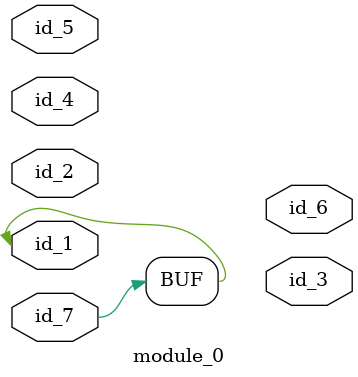
<source format=v>
`define pp_7 0
`define pp_8 0
module module_0 (
    id_1,
    id_2,
    id_3,
    id_4,
    id_5,
    id_6,
    id_7
);
  input id_7;
  output id_6;
  inout id_5;
  input id_4;
  output id_3;
  input id_2;
  inout id_1;
  assign id_1 = id_7;
  assign id_5 = id_5;
endmodule

</source>
